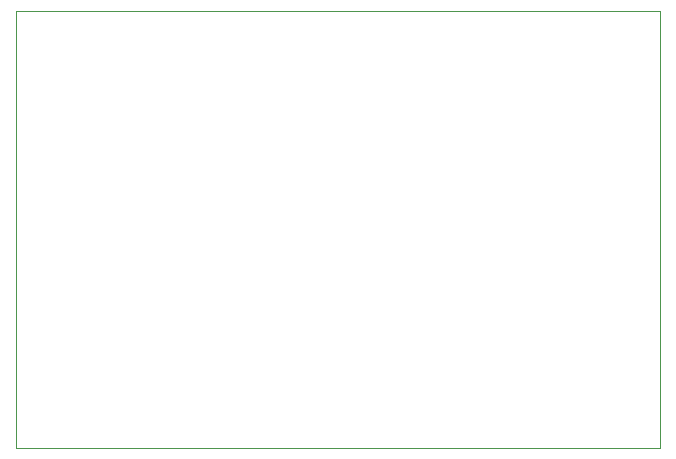
<source format=gbr>
G04 #@! TF.GenerationSoftware,KiCad,Pcbnew,(5.1.2-1)-1*
G04 #@! TF.CreationDate,2019-10-02T20:40:30+01:00*
G04 #@! TF.ProjectId,GPIB Serial Adapter,47504942-2053-4657-9269-616c20416461,rev?*
G04 #@! TF.SameCoordinates,Original*
G04 #@! TF.FileFunction,Profile,NP*
%FSLAX46Y46*%
G04 Gerber Fmt 4.6, Leading zero omitted, Abs format (unit mm)*
G04 Created by KiCad (PCBNEW (5.1.2-1)-1) date 2019-10-02 20:40:30*
%MOMM*%
%LPD*%
G04 APERTURE LIST*
%ADD10C,0.050000*%
G04 APERTURE END LIST*
D10*
X127000000Y-750000D02*
X72500000Y-750000D01*
X127000000Y-37750000D02*
X127000000Y-750000D01*
X72500000Y-37750000D02*
X127000000Y-37750000D01*
X72500000Y-750000D02*
X72500000Y-37750000D01*
M02*

</source>
